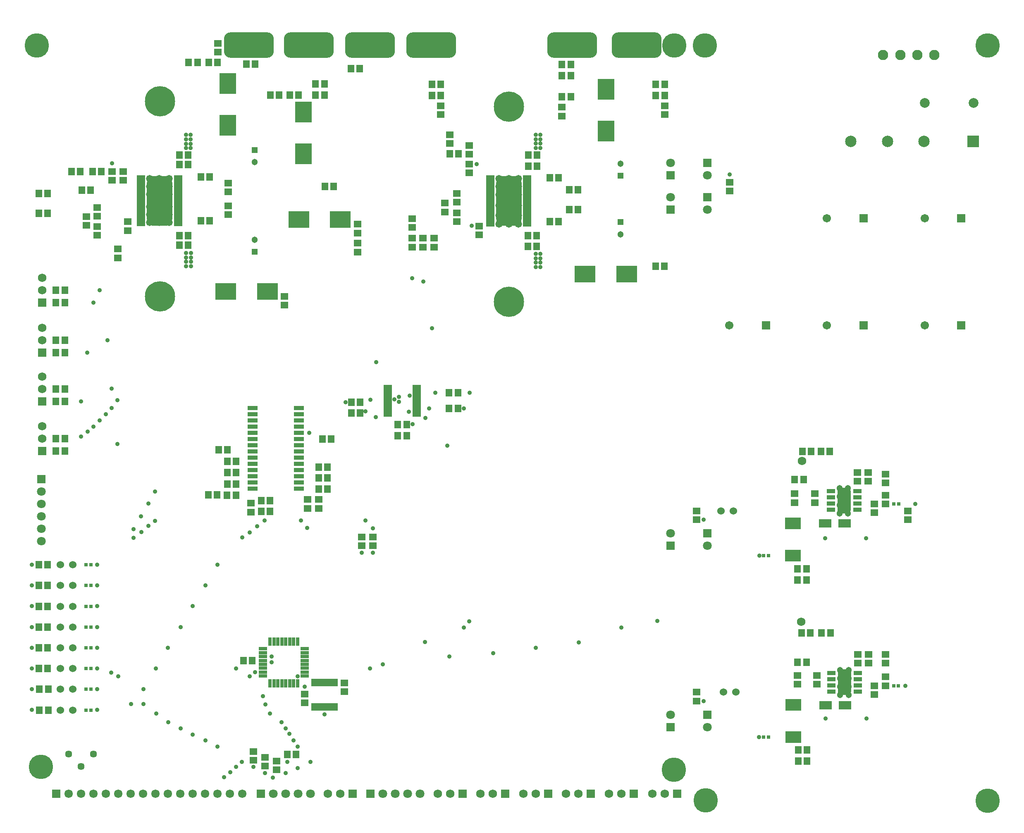
<source format=gts>
G04*
G04 #@! TF.GenerationSoftware,Altium Limited,Altium Designer,23.2.1 (34)*
G04*
G04 Layer_Color=8388736*
%FSLAX45Y45*%
%MOMM*%
G71*
G04*
G04 #@! TF.SameCoordinates,6E3D6F93-4A61-4C57-BA4F-68D24251A383*
G04*
G04*
G04 #@! TF.FilePolarity,Negative*
G04*
G01*
G75*
%ADD21R,2.50000X1.70000*%
%ADD34R,1.60320X1.40320*%
%ADD35R,1.40320X1.60320*%
%ADD36R,1.67820X0.65320*%
%ADD37R,3.30320X2.40320*%
%ADD38R,0.80320X0.70320*%
%ADD39R,2.33320X3.20320*%
%ADD40R,1.72820X0.85320*%
%ADD41C,1.72720*%
G04:AMPARAMS|DCode=42|XSize=5.2032mm|YSize=2.7032mm|CornerRadius=0.7266mm|HoleSize=0mm|Usage=FLASHONLY|Rotation=270.000|XOffset=0mm|YOffset=0mm|HoleType=Round|Shape=RoundedRectangle|*
%AMROUNDEDRECTD42*
21,1,5.20320,1.25000,0,0,270.0*
21,1,3.75000,2.70320,0,0,270.0*
1,1,1.45320,-0.62500,-1.87500*
1,1,1.45320,-0.62500,1.87500*
1,1,1.45320,0.62500,1.87500*
1,1,1.45320,0.62500,-1.87500*
%
%ADD42ROUNDEDRECTD42*%
G04:AMPARAMS|DCode=43|XSize=5.2032mm|YSize=10.2032mm|CornerRadius=1.3516mm|HoleSize=0mm|Usage=FLASHONLY|Rotation=0.000|XOffset=0mm|YOffset=0mm|HoleType=Round|Shape=RoundedRectangle|*
%AMROUNDEDRECTD43*
21,1,5.20320,7.50000,0,0,0.0*
21,1,2.50000,10.20320,0,0,0.0*
1,1,2.70320,1.25000,-3.75000*
1,1,2.70320,-1.25000,-3.75000*
1,1,2.70320,-1.25000,3.75000*
1,1,2.70320,1.25000,3.75000*
%
%ADD43ROUNDEDRECTD43*%
%ADD44R,4.20320X3.40320*%
%ADD45R,3.40320X4.20320*%
%ADD46R,3.24320X3.94320*%
%ADD47R,2.12820X0.85320*%
%ADD48R,0.80320X1.70320*%
%ADD49R,1.70320X0.80320*%
%ADD50R,5.40320X1.60320*%
%ADD51C,1.45320*%
%ADD52C,1.52420*%
%ADD53C,1.70320*%
%ADD54R,1.70320X1.70320*%
%ADD55C,1.80320*%
%ADD56R,1.80320X1.80320*%
%ADD57C,1.30320*%
%ADD58R,1.30320X1.30320*%
G04:AMPARAMS|DCode=59|XSize=5.2032mm|YSize=10.2032mm|CornerRadius=1.3516mm|HoleSize=0mm|Usage=FLASHONLY|Rotation=90.000|XOffset=0mm|YOffset=0mm|HoleType=Round|Shape=RoundedRectangle|*
%AMROUNDEDRECTD59*
21,1,5.20320,7.50000,0,0,90.0*
21,1,2.50000,10.20320,0,0,90.0*
1,1,2.70320,3.75000,1.25000*
1,1,2.70320,3.75000,-1.25000*
1,1,2.70320,-3.75000,-1.25000*
1,1,2.70320,-3.75000,1.25000*
%
%ADD59ROUNDEDRECTD59*%
%ADD60C,6.20320*%
%ADD61C,2.00320*%
%ADD62R,1.80320X1.80320*%
%ADD63C,2.10320*%
%ADD64R,2.33320X2.33320*%
%ADD65C,2.33320*%
%ADD66C,1.75320*%
%ADD67R,1.75320X1.75320*%
%ADD68R,1.75320X1.75320*%
%ADD69C,1.72320*%
%ADD70R,1.72320X1.72320*%
%ADD71C,5.00320*%
%ADD72C,0.90320*%
%ADD73C,1.47320*%
D21*
X16408900Y5945275D02*
D03*
X16808900D02*
D03*
X16818900Y2225375D02*
D03*
X16418900D02*
D03*
D34*
X8726000Y13730000D02*
D03*
Y13910001D02*
D03*
X9122000Y13510001D02*
D03*
Y13689999D02*
D03*
X13777000Y6021000D02*
D03*
Y6201000D02*
D03*
Y2310000D02*
D03*
Y2490000D02*
D03*
X15788901Y6374200D02*
D03*
Y6554200D02*
D03*
X16198900D02*
D03*
Y6374200D02*
D03*
X17418900Y6344200D02*
D03*
Y6164200D02*
D03*
X18108900Y6024200D02*
D03*
Y6204200D02*
D03*
X17644325Y6524200D02*
D03*
Y6344200D02*
D03*
X17644299Y6954200D02*
D03*
Y6774200D02*
D03*
X17294325Y6987125D02*
D03*
Y6807125D02*
D03*
X17068900D02*
D03*
Y6987125D02*
D03*
X8542101Y14497850D02*
D03*
Y14317850D02*
D03*
X4186000Y12454000D02*
D03*
Y12274000D02*
D03*
X3976000Y15780891D02*
D03*
Y15600893D02*
D03*
X17644299Y3087200D02*
D03*
Y3267200D02*
D03*
X17418900Y2444300D02*
D03*
Y2624300D02*
D03*
X17644325D02*
D03*
Y2804300D02*
D03*
X17078902Y3267225D02*
D03*
Y3087225D02*
D03*
X17304326D02*
D03*
Y3267225D02*
D03*
X16238901Y2654300D02*
D03*
Y2834300D02*
D03*
X15848900Y2834300D02*
D03*
Y2654300D02*
D03*
X13126700Y14317300D02*
D03*
Y14497301D02*
D03*
X11020000Y14470575D02*
D03*
Y14290575D02*
D03*
X9121999Y13306001D02*
D03*
Y13126001D02*
D03*
X8871999Y12706001D02*
D03*
Y12526001D02*
D03*
X9321999Y12036001D02*
D03*
Y11856001D02*
D03*
X8871999Y12306001D02*
D03*
Y12126001D02*
D03*
X8622000Y12326000D02*
D03*
Y12506000D02*
D03*
X8402850Y11786001D02*
D03*
Y11606001D02*
D03*
X7952000Y11606000D02*
D03*
Y11786000D02*
D03*
X7951999Y12186001D02*
D03*
Y12006001D02*
D03*
X8177425Y11606001D02*
D03*
Y11786001D02*
D03*
X6834959Y11684000D02*
D03*
Y11504000D02*
D03*
Y12074000D02*
D03*
Y11894000D02*
D03*
X5339725Y10415100D02*
D03*
Y10595100D02*
D03*
X4186000Y12914000D02*
D03*
Y12734000D02*
D03*
X2126000Y12125466D02*
D03*
Y11945466D02*
D03*
X1926000Y11385466D02*
D03*
Y11565466D02*
D03*
X1506000Y12025466D02*
D03*
Y11845466D02*
D03*
X1506000Y12420041D02*
D03*
Y12240041D02*
D03*
X1806000Y12975465D02*
D03*
Y13155466D02*
D03*
X2036000D02*
D03*
Y12975465D02*
D03*
X1280574Y12050041D02*
D03*
Y12230041D02*
D03*
X5750000Y2452500D02*
D03*
Y2272500D02*
D03*
X5175000Y1080000D02*
D03*
Y900000D02*
D03*
X4937500Y1155000D02*
D03*
Y975000D02*
D03*
X4700000Y1277500D02*
D03*
Y1097500D02*
D03*
X14453101Y12931400D02*
D03*
Y12751400D02*
D03*
X6040000Y6434600D02*
D03*
Y6254600D02*
D03*
X4650000Y6360000D02*
D03*
Y6180000D02*
D03*
X5810000Y6434575D02*
D03*
Y6254575D02*
D03*
X6562500Y2682074D02*
D03*
Y2502074D02*
D03*
X6920000Y5670000D02*
D03*
Y5490000D02*
D03*
X7150000Y5670000D02*
D03*
Y5490000D02*
D03*
D35*
X8726246Y13512888D02*
D03*
X8906246D02*
D03*
X6710000Y8430000D02*
D03*
X6890000D02*
D03*
X6710000Y8204575D02*
D03*
X6890000D02*
D03*
X7662000Y7975000D02*
D03*
X7842000D02*
D03*
Y7745000D02*
D03*
X7662000D02*
D03*
X8710000Y8299000D02*
D03*
X8890000D02*
D03*
X8710000Y8620000D02*
D03*
X8890000D02*
D03*
X16123476Y7424200D02*
D03*
X15943475D02*
D03*
X16509200Y7424300D02*
D03*
X16329201D02*
D03*
X15848900Y5014200D02*
D03*
X16028900D02*
D03*
X15968900Y6844200D02*
D03*
X15788901D02*
D03*
X15848900Y4784200D02*
D03*
X16028900D02*
D03*
X660000Y8700000D02*
D03*
X840000D02*
D03*
X8359301Y14713275D02*
D03*
X8539300D02*
D03*
X5976000Y14721925D02*
D03*
X6156000D02*
D03*
X10772000Y13026001D02*
D03*
X10952000D02*
D03*
X11171999Y12776000D02*
D03*
X11351999D02*
D03*
X15928902Y3707200D02*
D03*
X16108900D02*
D03*
X16038901Y1078449D02*
D03*
X15858900D02*
D03*
X16038901Y1303874D02*
D03*
X15858900D02*
D03*
X16338901Y3707225D02*
D03*
X16518900D02*
D03*
X15848900Y3104300D02*
D03*
X16028900D02*
D03*
X10331999Y13491425D02*
D03*
X10511999D02*
D03*
X10331999Y13266000D02*
D03*
X10511999D02*
D03*
X10952000Y12126001D02*
D03*
X10772000D02*
D03*
X11171999Y12376000D02*
D03*
X11351999D02*
D03*
X10321999Y11843075D02*
D03*
X10501999D02*
D03*
X10321999Y11617650D02*
D03*
X10501999D02*
D03*
X13124899Y14712775D02*
D03*
X12944901D02*
D03*
X13122000Y11216001D02*
D03*
X12942000D02*
D03*
X11202000Y15120200D02*
D03*
X11022000D02*
D03*
X11202000Y14686000D02*
D03*
X11022000D02*
D03*
X6346000Y12844000D02*
D03*
X6166000D02*
D03*
X8539000Y14938699D02*
D03*
X8359000D02*
D03*
X6880000Y15260001D02*
D03*
X6700000D02*
D03*
X6156000Y14947350D02*
D03*
X5976000D02*
D03*
X4560000Y15350000D02*
D03*
X4740000D02*
D03*
X3966000Y15385468D02*
D03*
X3786001D02*
D03*
X3556000Y15385466D02*
D03*
X3376000D02*
D03*
X840000Y9446400D02*
D03*
X660000D02*
D03*
X840000Y7429000D02*
D03*
X660000D02*
D03*
X5046000Y14721925D02*
D03*
X5226000D02*
D03*
X5446000D02*
D03*
X5626000D02*
D03*
X3186000Y11644000D02*
D03*
X3366000D02*
D03*
X3186000Y11844000D02*
D03*
X3366000D02*
D03*
X3806000Y13044000D02*
D03*
X3626000D02*
D03*
X3806000Y12144000D02*
D03*
X3626000D02*
D03*
X490000Y12700000D02*
D03*
X310000D02*
D03*
X490000Y12300000D02*
D03*
X310000D02*
D03*
X976000Y13155466D02*
D03*
X1156000D02*
D03*
X1586000Y13155466D02*
D03*
X1406000D02*
D03*
X1186000Y12775466D02*
D03*
X1366000D02*
D03*
X5577500Y1212500D02*
D03*
X5397500D02*
D03*
X4677500Y3137500D02*
D03*
X4497500D02*
D03*
X490000Y2974000D02*
D03*
X310000D02*
D03*
X500000Y2124000D02*
D03*
X320000D02*
D03*
X500000Y2548999D02*
D03*
X320000D02*
D03*
X490000Y3399000D02*
D03*
X310000D02*
D03*
X490000Y4249000D02*
D03*
X310000D02*
D03*
X490000Y3824000D02*
D03*
X310000D02*
D03*
X490000Y5099000D02*
D03*
X310000D02*
D03*
X490000Y4674000D02*
D03*
X310000D02*
D03*
X5045426Y6190000D02*
D03*
X4865426D02*
D03*
X3777500Y6527500D02*
D03*
X3957500D02*
D03*
X3992500Y7452500D02*
D03*
X4172500D02*
D03*
X12944501Y14938200D02*
D03*
X13124500D02*
D03*
X11022000Y15348100D02*
D03*
X11202000D02*
D03*
X5045426Y6415425D02*
D03*
X4865426D02*
D03*
X4345000Y6527075D02*
D03*
X4165000D02*
D03*
X4350000Y6752500D02*
D03*
X4170000D02*
D03*
X6040000Y6650025D02*
D03*
X6220000D02*
D03*
X4347500Y6989575D02*
D03*
X4167500D02*
D03*
X4347500Y7215000D02*
D03*
X4167500D02*
D03*
X6117500Y7677500D02*
D03*
X6297500D02*
D03*
X6040000Y7100876D02*
D03*
X6220000D02*
D03*
X6040000Y6875450D02*
D03*
X6220000D02*
D03*
X3366000Y13294000D02*
D03*
X3186000D02*
D03*
X660000Y9700000D02*
D03*
X840000D02*
D03*
X660000Y10725000D02*
D03*
X840000D02*
D03*
X3366000Y13494000D02*
D03*
X3186000D02*
D03*
X660000Y8445000D02*
D03*
X840000D02*
D03*
X660000Y7680000D02*
D03*
X840000D02*
D03*
X660000Y10470000D02*
D03*
X840000D02*
D03*
D36*
X7456200Y8752500D02*
D03*
Y8687500D02*
D03*
Y8622500D02*
D03*
Y8557500D02*
D03*
Y8492500D02*
D03*
Y8427500D02*
D03*
Y8362500D02*
D03*
Y8297500D02*
D03*
Y8232500D02*
D03*
Y8167500D02*
D03*
X8043800D02*
D03*
Y8232500D02*
D03*
Y8297500D02*
D03*
Y8362500D02*
D03*
Y8427500D02*
D03*
Y8492500D02*
D03*
Y8557500D02*
D03*
Y8622500D02*
D03*
Y8687500D02*
D03*
Y8752500D02*
D03*
X10310800Y13038499D02*
D03*
Y12973502D02*
D03*
Y12908501D02*
D03*
Y12843501D02*
D03*
Y12778500D02*
D03*
Y12713501D02*
D03*
Y12648500D02*
D03*
Y12583501D02*
D03*
Y12518500D02*
D03*
Y12453501D02*
D03*
Y12388500D02*
D03*
Y12323501D02*
D03*
Y12258501D02*
D03*
Y12193501D02*
D03*
Y12128501D02*
D03*
Y12063501D02*
D03*
X9553199D02*
D03*
Y12128501D02*
D03*
Y12193501D02*
D03*
Y12258501D02*
D03*
Y12323501D02*
D03*
Y12388500D02*
D03*
Y12453501D02*
D03*
Y12518500D02*
D03*
Y12583501D02*
D03*
Y12648500D02*
D03*
Y12713501D02*
D03*
Y12778500D02*
D03*
Y12843501D02*
D03*
Y12908501D02*
D03*
Y12973502D02*
D03*
Y13038499D02*
D03*
X2401000Y13042999D02*
D03*
Y12978000D02*
D03*
Y12913000D02*
D03*
Y12848000D02*
D03*
Y12783000D02*
D03*
Y12718000D02*
D03*
Y12653000D02*
D03*
Y12588000D02*
D03*
Y12523000D02*
D03*
Y12458000D02*
D03*
Y12393000D02*
D03*
Y12328000D02*
D03*
Y12263000D02*
D03*
Y12198000D02*
D03*
Y12133000D02*
D03*
Y12068000D02*
D03*
X3158600D02*
D03*
Y12133000D02*
D03*
Y12198000D02*
D03*
Y12263000D02*
D03*
Y12328000D02*
D03*
Y12393000D02*
D03*
Y12458000D02*
D03*
Y12523000D02*
D03*
Y12588000D02*
D03*
Y12653000D02*
D03*
Y12718000D02*
D03*
Y12783000D02*
D03*
Y12848000D02*
D03*
Y12913000D02*
D03*
Y12978000D02*
D03*
Y13042999D02*
D03*
D37*
X15750975Y5944200D02*
D03*
Y5284200D02*
D03*
X15760976Y1574300D02*
D03*
Y2234300D02*
D03*
D38*
X15254900Y5284200D02*
D03*
X15154900D02*
D03*
X17918900Y6344200D02*
D03*
X17818900D02*
D03*
X15253999Y1574000D02*
D03*
X15153999D02*
D03*
X17914751Y2624300D02*
D03*
X17814751D02*
D03*
X1275000Y2124000D02*
D03*
X1375000D02*
D03*
X1275000Y4249000D02*
D03*
X1375000D02*
D03*
X1275000Y3399000D02*
D03*
X1375000D02*
D03*
X1275000Y3824000D02*
D03*
X1375000D02*
D03*
X1275000Y5098999D02*
D03*
X1375000D02*
D03*
X1275000Y2549000D02*
D03*
X1375000D02*
D03*
X1275000Y2974000D02*
D03*
X1375000D02*
D03*
X1275000Y4674000D02*
D03*
X1375000D02*
D03*
D39*
X16798900Y6414200D02*
D03*
X16807700Y2694300D02*
D03*
D40*
X16527699Y6223700D02*
D03*
Y6350700D02*
D03*
Y6477700D02*
D03*
Y6604700D02*
D03*
X17070100D02*
D03*
Y6477700D02*
D03*
Y6350700D02*
D03*
Y6223700D02*
D03*
X17078900Y2503800D02*
D03*
Y2630800D02*
D03*
Y2757800D02*
D03*
Y2884800D02*
D03*
X16536501D02*
D03*
Y2757800D02*
D03*
Y2630800D02*
D03*
Y2503800D02*
D03*
D41*
X15938901Y7224200D02*
D03*
X15920000Y3930000D02*
D03*
D42*
X16801100Y6410800D02*
D03*
X16808299Y2695400D02*
D03*
D43*
X2779800Y12555500D02*
D03*
X9932000Y12551000D02*
D03*
D44*
X4986800Y10695466D02*
D03*
X4136800D02*
D03*
X6482034Y12174000D02*
D03*
X5632034D02*
D03*
X11497000Y11055575D02*
D03*
X12346999D02*
D03*
D45*
X4176000Y14953391D02*
D03*
Y14103391D02*
D03*
X11921999Y13983501D02*
D03*
Y14833501D02*
D03*
X5726000Y13519000D02*
D03*
Y14369000D02*
D03*
D46*
X9931999Y12551001D02*
D03*
X2779800Y12555500D02*
D03*
D47*
X5632500Y8308000D02*
D03*
Y8181000D02*
D03*
Y8054000D02*
D03*
Y7927000D02*
D03*
Y7800000D02*
D03*
Y7673000D02*
D03*
Y7546000D02*
D03*
Y7419000D02*
D03*
Y7292000D02*
D03*
Y7165000D02*
D03*
Y7038000D02*
D03*
Y6911000D02*
D03*
Y6784000D02*
D03*
Y6657000D02*
D03*
X4690100D02*
D03*
Y6784000D02*
D03*
Y6911000D02*
D03*
Y7038000D02*
D03*
Y7165000D02*
D03*
Y7292000D02*
D03*
Y7419000D02*
D03*
Y7546000D02*
D03*
Y7673000D02*
D03*
Y7800000D02*
D03*
Y7927000D02*
D03*
Y8054000D02*
D03*
Y8181000D02*
D03*
Y8308000D02*
D03*
D48*
X5045000Y3525000D02*
D03*
X5125000D02*
D03*
X5205000D02*
D03*
X5285000D02*
D03*
X5365000D02*
D03*
X5445000D02*
D03*
X5525000D02*
D03*
X5605000D02*
D03*
Y2675000D02*
D03*
X5525000D02*
D03*
X5445000D02*
D03*
X5365000D02*
D03*
X5285000D02*
D03*
X5205000D02*
D03*
X5125000D02*
D03*
X5045000D02*
D03*
D49*
X5750000Y3380000D02*
D03*
Y3300000D02*
D03*
Y3220000D02*
D03*
Y3140000D02*
D03*
Y3060000D02*
D03*
Y2980000D02*
D03*
Y2900000D02*
D03*
Y2820000D02*
D03*
X4900000D02*
D03*
Y2900000D02*
D03*
Y2980000D02*
D03*
Y3060000D02*
D03*
Y3140000D02*
D03*
Y3220000D02*
D03*
Y3300000D02*
D03*
Y3380000D02*
D03*
D50*
X6162075Y2187074D02*
D03*
Y2687074D02*
D03*
D51*
X921000Y1220733D02*
D03*
X1175000Y966733D02*
D03*
X1429000Y1220733D02*
D03*
D52*
X14532001Y6201000D02*
D03*
X14282001D02*
D03*
X14583000Y2490000D02*
D03*
X14333000D02*
D03*
X750000Y2124000D02*
D03*
X1000000D02*
D03*
X750000Y2974000D02*
D03*
X1000000D02*
D03*
X750000Y2548999D02*
D03*
X1000000D02*
D03*
X750000Y3399000D02*
D03*
X1000000D02*
D03*
X750000Y4249000D02*
D03*
X1000000D02*
D03*
X750000Y3823999D02*
D03*
X1000000D02*
D03*
X750000Y5098999D02*
D03*
X1000000D02*
D03*
X750000Y4674000D02*
D03*
X1000000D02*
D03*
D53*
X14450000Y10000000D02*
D03*
X16450000Y12200000D02*
D03*
Y10000000D02*
D03*
X18450000D02*
D03*
Y12200000D02*
D03*
D54*
X15200000Y10000000D02*
D03*
X17200000Y12200000D02*
D03*
Y10000000D02*
D03*
X19200000D02*
D03*
Y12200000D02*
D03*
D55*
X14000000Y12373000D02*
D03*
Y13073000D02*
D03*
Y1777300D02*
D03*
Y5487200D02*
D03*
X13250000Y12627000D02*
D03*
Y13327000D02*
D03*
Y5741200D02*
D03*
Y2031300D02*
D03*
X5362000Y412500D02*
D03*
X5108000D02*
D03*
X5616000D02*
D03*
X5870000D02*
D03*
X7607851D02*
D03*
X7353851D02*
D03*
X7861851D02*
D03*
X8115851D02*
D03*
X360000Y6093000D02*
D03*
Y6601000D02*
D03*
Y6347000D02*
D03*
Y5839000D02*
D03*
Y5585000D02*
D03*
D56*
X14000000Y12627000D02*
D03*
Y13327000D02*
D03*
Y2031300D02*
D03*
Y5741200D02*
D03*
X13250000Y12373000D02*
D03*
Y13073000D02*
D03*
Y5487200D02*
D03*
Y1777300D02*
D03*
X360000Y6855000D02*
D03*
D57*
X4726000Y13344000D02*
D03*
X12221999Y11866000D02*
D03*
Y13316000D02*
D03*
X4726000Y11755891D02*
D03*
X16878900Y6324200D02*
D03*
Y6154200D02*
D03*
X16708900Y6494200D02*
D03*
Y6664200D02*
D03*
X16878900Y6494200D02*
D03*
Y6664200D02*
D03*
X16708900Y6154200D02*
D03*
Y6324200D02*
D03*
X16718900Y2434300D02*
D03*
X16898900D02*
D03*
Y2604300D02*
D03*
Y2774300D02*
D03*
Y2944300D02*
D03*
X16718900D02*
D03*
Y2774300D02*
D03*
Y2604300D02*
D03*
D58*
X4726000Y13594000D02*
D03*
X12221999Y12116000D02*
D03*
Y13066000D02*
D03*
X4726000Y11505891D02*
D03*
D59*
X11230000Y15739999D02*
D03*
X12550000D02*
D03*
X8340000D02*
D03*
X7090000D02*
D03*
X5840000D02*
D03*
X4610000D02*
D03*
D60*
X9932000Y10486000D02*
D03*
Y14486000D02*
D03*
X2786000Y10594000D02*
D03*
Y14594000D02*
D03*
D61*
X19450000Y14560001D02*
D03*
X18450000D02*
D03*
D62*
X4854000Y412500D02*
D03*
X7099851D02*
D03*
D63*
X17600000Y15537500D02*
D03*
X18650000D02*
D03*
X18300000D02*
D03*
X17950000D02*
D03*
D64*
X19439999Y13774574D02*
D03*
D65*
X18439999D02*
D03*
X17689999D02*
D03*
X16939999D02*
D03*
D66*
X10227627Y412500D02*
D03*
X10481628D02*
D03*
X11103053D02*
D03*
X11357053D02*
D03*
X12871001D02*
D03*
X13125000D02*
D03*
X11983500D02*
D03*
X12237500D02*
D03*
X9352202D02*
D03*
X9606202D02*
D03*
X375000Y7935000D02*
D03*
Y7681000D02*
D03*
Y8954000D02*
D03*
Y8700000D02*
D03*
Y9953000D02*
D03*
Y9699000D02*
D03*
Y10978000D02*
D03*
Y10724000D02*
D03*
X6230926Y412500D02*
D03*
X6484926D02*
D03*
X8476777D02*
D03*
X8730777D02*
D03*
D67*
X10735627D02*
D03*
X11611053D02*
D03*
X13378999D02*
D03*
X12491500D02*
D03*
X9860202D02*
D03*
X6738926D02*
D03*
X8984777D02*
D03*
D68*
X375000Y7427000D02*
D03*
Y8446000D02*
D03*
Y9445000D02*
D03*
Y10470000D02*
D03*
D69*
X4477075Y412500D02*
D03*
X4223075D02*
D03*
X3969075D02*
D03*
X3715075D02*
D03*
X3207075D02*
D03*
X2699075D02*
D03*
X2445075D02*
D03*
X1937075D02*
D03*
X1683075D02*
D03*
X1429075D02*
D03*
X921075D02*
D03*
X1175075D02*
D03*
X2191075D02*
D03*
X2953075D02*
D03*
X3461075D02*
D03*
D70*
X667075D02*
D03*
D71*
X13312500Y900000D02*
D03*
X13962500Y275000D02*
D03*
X13325000Y15737500D02*
D03*
X262500D02*
D03*
X350000Y962500D02*
D03*
X19737500Y262500D02*
D03*
Y15737500D02*
D03*
X13950000D02*
D03*
D72*
X9124000Y3945000D02*
D03*
X12972000Y3947000D02*
D03*
X9127000Y8623000D02*
D03*
X9009000Y3816000D02*
D03*
X12240000D02*
D03*
X9014000Y8301000D02*
D03*
X7890000Y8235000D02*
D03*
X8221000Y8110000D02*
D03*
X7963000Y7978000D02*
D03*
X8673000Y7539000D02*
D03*
X8300000Y8300000D02*
D03*
X7095000Y8482000D02*
D03*
X6995000Y8238000D02*
D03*
X8179000Y10901000D02*
D03*
X7951000Y10970000D02*
D03*
X7217000Y9247000D02*
D03*
X7212000Y8122000D02*
D03*
X6590000Y8430000D02*
D03*
X8360000Y9940000D02*
D03*
X9170000Y12040000D02*
D03*
X8430000Y8620000D02*
D03*
X7900699Y8560000D02*
D03*
X7682807Y8540000D02*
D03*
X7592807Y8490000D02*
D03*
X7682807Y8440000D02*
D03*
X15060001Y1570000D02*
D03*
X13923000Y6020000D02*
D03*
X13922000Y2310000D02*
D03*
X15064900Y5284200D02*
D03*
X16408900Y5644200D02*
D03*
X17248900D02*
D03*
X18258900Y6344200D02*
D03*
X2705800Y2979400D02*
D03*
X10582000Y13906000D02*
D03*
X10482000Y13816000D02*
D03*
X10582000Y13725999D02*
D03*
X8220000Y3515000D02*
D03*
X18058900Y2624300D02*
D03*
X5275000Y1875000D02*
D03*
X2710000Y2050000D02*
D03*
X5040000D02*
D03*
X4950000Y2240000D02*
D03*
X2450000Y2250000D02*
D03*
X2200000D02*
D03*
X4900000Y2410000D02*
D03*
X9271999Y13306000D02*
D03*
X10582000Y11196000D02*
D03*
Y11286000D02*
D03*
Y11376000D02*
D03*
X10482000Y11196000D02*
D03*
Y11286000D02*
D03*
Y11376000D02*
D03*
X10582000Y11466000D02*
D03*
X10482000D02*
D03*
X3426000Y11214000D02*
D03*
Y11394000D02*
D03*
Y11304000D02*
D03*
X3326000Y11214000D02*
D03*
Y11304000D02*
D03*
Y11394000D02*
D03*
Y11484000D02*
D03*
X3426000D02*
D03*
X10582000Y13636000D02*
D03*
Y13816000D02*
D03*
X10482000Y13906000D02*
D03*
Y13725999D02*
D03*
Y13636000D02*
D03*
X3416000Y13814000D02*
D03*
X3326000Y13903999D02*
D03*
Y13724001D02*
D03*
X3416000Y13634000D02*
D03*
Y13724001D02*
D03*
X3326000Y13634000D02*
D03*
X3416000Y13903999D02*
D03*
X3326000Y13814000D02*
D03*
X16418900Y1954300D02*
D03*
X17258900D02*
D03*
X14453101Y13091400D02*
D03*
X11365000Y3510000D02*
D03*
X1300000Y9440000D02*
D03*
X1806000Y13325465D02*
D03*
X5675000Y6010000D02*
D03*
X5805000Y5855000D02*
D03*
X4930000Y6005000D02*
D03*
X4775000Y5890000D02*
D03*
X4625000Y5765000D02*
D03*
X4475000Y5660000D02*
D03*
X1915000Y7575000D02*
D03*
X1920000Y8470000D02*
D03*
X1800000Y8705000D02*
D03*
X1795000Y8310000D02*
D03*
X1680000Y8180000D02*
D03*
X1710000Y9700000D02*
D03*
X1555000Y8055000D02*
D03*
Y10725000D02*
D03*
X1425000Y7930000D02*
D03*
Y10465000D02*
D03*
X1305000Y7830000D02*
D03*
X1175000Y7725000D02*
D03*
Y8445000D02*
D03*
X6920000Y5350000D02*
D03*
X7150000D02*
D03*
Y5850000D02*
D03*
X7000000Y6010000D02*
D03*
X2250000Y5650000D02*
D03*
Y5830000D02*
D03*
X2410000Y5770000D02*
D03*
X2400000Y6090000D02*
D03*
X2550000Y5900000D02*
D03*
Y6350000D02*
D03*
X2690000Y6000000D02*
D03*
Y6600000D02*
D03*
X10487500Y3400000D02*
D03*
X9612500Y3287500D02*
D03*
X8712500Y3225000D02*
D03*
X7350000Y3062500D02*
D03*
X7087500Y2975000D02*
D03*
X5612500Y2812500D02*
D03*
X5750000Y2600000D02*
D03*
X4700000Y962500D02*
D03*
X4937500Y837500D02*
D03*
X5400000Y1062500D02*
D03*
X5875000D02*
D03*
X5075000Y3100000D02*
D03*
X4350000Y2975000D02*
D03*
X4462500Y1062500D02*
D03*
X4350000Y962500D02*
D03*
X4225000Y850000D02*
D03*
X4100000Y750000D02*
D03*
X5075000Y3225000D02*
D03*
X5612500Y937500D02*
D03*
X5362500Y837500D02*
D03*
X5100000Y737500D02*
D03*
X1787500Y2894600D02*
D03*
X1937500Y2812500D02*
D03*
X4737500Y2900000D02*
D03*
X4625000Y2812500D02*
D03*
X3725000Y4675000D02*
D03*
X3962500Y5100000D02*
D03*
X1500000D02*
D03*
Y4675000D02*
D03*
X3462500Y4250000D02*
D03*
X1500000D02*
D03*
Y3825000D02*
D03*
X3212500D02*
D03*
X2950000Y3400000D02*
D03*
X1500000D02*
D03*
Y2975000D02*
D03*
Y2125000D02*
D03*
Y2550000D02*
D03*
X2450000D02*
D03*
X2962500Y1875000D02*
D03*
X3212500Y1750000D02*
D03*
X5360850D02*
D03*
X5437500Y1637500D02*
D03*
X3462500Y1625000D02*
D03*
X5525000Y1500000D02*
D03*
X3725000D02*
D03*
X5612500Y1375000D02*
D03*
X3962500D02*
D03*
X6162500Y2037500D02*
D03*
X162500Y5100000D02*
D03*
Y2125000D02*
D03*
Y2550000D02*
D03*
Y2975000D02*
D03*
Y3400000D02*
D03*
Y3825000D02*
D03*
Y4250000D02*
D03*
Y4675000D02*
D03*
X5845000Y7802500D02*
D03*
D73*
X10132000Y12460000D02*
D03*
X9932000D02*
D03*
X9732000D02*
D03*
Y12680000D02*
D03*
Y12850000D02*
D03*
X2776000Y12272966D02*
D03*
X10132000Y12680000D02*
D03*
X9932000D02*
D03*
X10132000Y12256000D02*
D03*
X9932000D02*
D03*
X9732000D02*
D03*
Y12076000D02*
D03*
X9932000D02*
D03*
X10132000D02*
D03*
Y13006000D02*
D03*
X9932000D02*
D03*
X9732000D02*
D03*
X9932000Y12850000D02*
D03*
X10132000D02*
D03*
X2976000Y12272966D02*
D03*
X2776000Y12435466D02*
D03*
X2576000Y12435466D02*
D03*
Y12685466D02*
D03*
X2976000Y12435466D02*
D03*
X2576000Y12272966D02*
D03*
X2776000Y12685466D02*
D03*
X2976000Y12685466D02*
D03*
X2576000Y12110466D02*
D03*
X2776000D02*
D03*
X2976000D02*
D03*
X2576000Y13010466D02*
D03*
X2776000D02*
D03*
X2976000Y13010500D02*
D03*
X2576000Y12847966D02*
D03*
X2776000D02*
D03*
X2976000D02*
D03*
M02*

</source>
